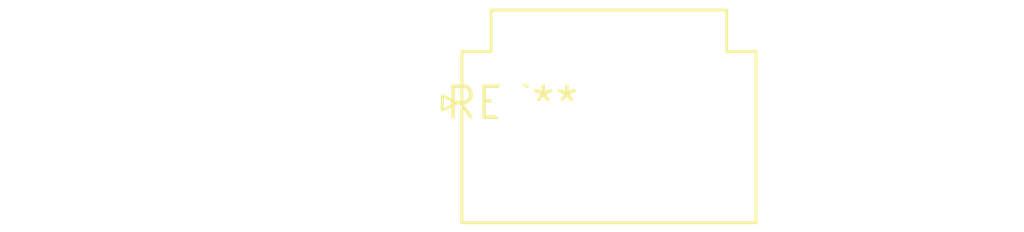
<source format=kicad_pcb>
(kicad_pcb (version 20240108) (generator pcbnew)
  (layers (0 "F.Cu" signal) (31 "B.Cu" signal) (34 "B.Paste" user) (35 "F.Paste" user) (36 "B.SilkS" user "B.Silkscreen") (37 "F.SilkS" user "F.Silkscreen") (38 "B.Mask" user) (39 "F.Mask" user) (44 "Edge.Cuts" user))
  (net 0 "")
  (footprint "JST_VH_B3P-VH-B_1x03_P3.96mm_Vertical" (layer "F.Cu") (at 0 0)
    (property "Reference" "REF**")
    (property "Value" "JST_VH_B3P-VH-B_1x03_P3.96mm_Vertical")
    (fp_line (start -2.86 -0.3) (end -2.26 0) (layer "F.SilkS") (stroke (width 0.12)))
    (fp_line (start -2.86 0.3) (end -2.86 -0.3) (layer "F.SilkS") (stroke (width 0.12)))
    (fp_line (start -2.26 0) (end -2.86 0.3) (layer "F.SilkS") (stroke (width 0.12)))
    (fp_line (start -2.06 -2.11) (end -0.86 -2.11) (layer "F.SilkS") (stroke (width 0.12)))
    (fp_line (start -2.06 4.91) (end -2.06 -2.11) (layer "F.SilkS") (stroke (width 0.12)))
    (fp_line (start -0.86 -3.81) (end 8.78 -3.81) (layer "F.SilkS") (stroke (width 0.12)))
    (fp_line (start -0.86 -2.11) (end -0.86 -3.81) (layer "F.SilkS") (stroke (width 0.12)))
    (fp_line (start 8.78 -3.81) (end 8.78 -2.11) (layer "F.SilkS") (stroke (width 0.12)))
    (fp_line (start 8.78 -2.11) (end 9.98 -2.11) (layer "F.SilkS") (stroke (width 0.12)))
    (fp_line (start 9.98 -2.11) (end 9.98 4.91) (layer "F.SilkS") (stroke (width 0.12)))
    (fp_line (start 9.98 4.91) (end -2.06 4.91) (layer "F.SilkS") (stroke (width 0.12)))
    (pad "1" thru_hole roundrect (at 0 0) (size 2.7 2.7) (drill 1.7) (layers *.Cu *.Mask) (remove_unused_layers) (roundrect_rratio 0.092593))
    (pad "2" thru_hole circle (at 3.96 0) (size 2.7 2.7) (drill 1.7) (layers *.Cu *.Mask) (remove_unused_layers))
    (pad "3" thru_hole circle (at 7.92 0) (size 2.7 2.7) (drill 1.7) (layers *.Cu *.Mask) (remove_unused_layers))
  )
)
</source>
